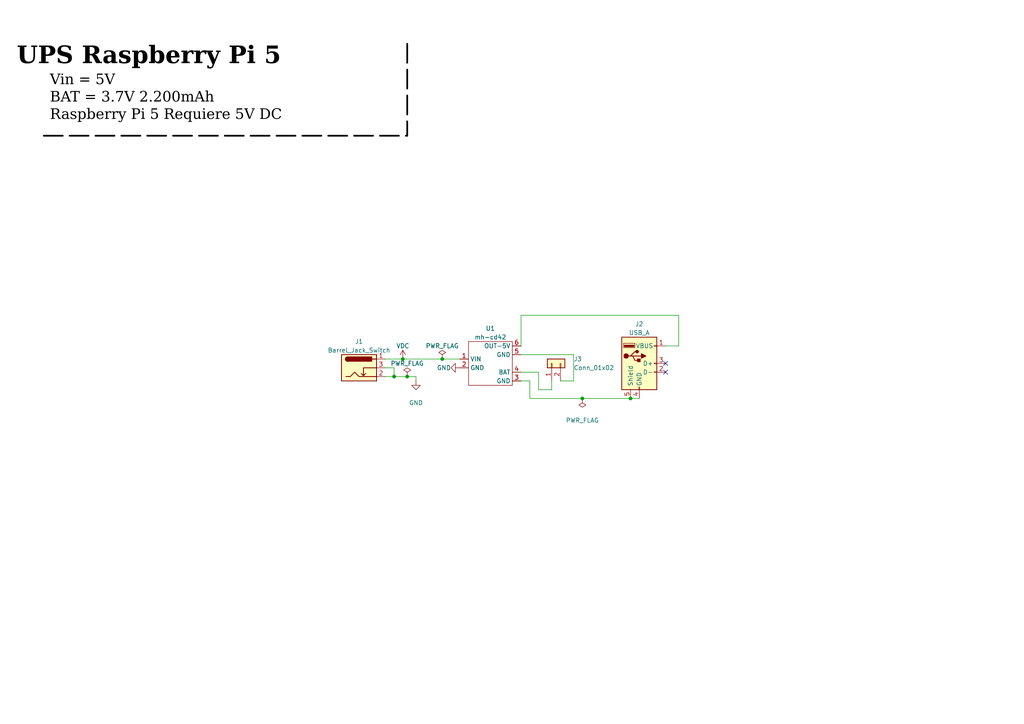
<source format=kicad_sch>
(kicad_sch
	(version 20250114)
	(generator "eeschema")
	(generator_version "9.0")
	(uuid "680b91fb-afa6-4c6a-8eeb-dd0698849fe2")
	(paper "A4")
	(lib_symbols
		(symbol "Connector:Barrel_Jack_Switch"
			(pin_names
				(hide yes)
			)
			(exclude_from_sim no)
			(in_bom yes)
			(on_board yes)
			(property "Reference" "J"
				(at 0 5.334 0)
				(effects
					(font
						(size 1.27 1.27)
					)
				)
			)
			(property "Value" "Barrel_Jack_Switch"
				(at 0 -5.08 0)
				(effects
					(font
						(size 1.27 1.27)
					)
				)
			)
			(property "Footprint" ""
				(at 1.27 -1.016 0)
				(effects
					(font
						(size 1.27 1.27)
					)
					(hide yes)
				)
			)
			(property "Datasheet" "~"
				(at 1.27 -1.016 0)
				(effects
					(font
						(size 1.27 1.27)
					)
					(hide yes)
				)
			)
			(property "Description" "DC Barrel Jack with an internal switch"
				(at 0 0 0)
				(effects
					(font
						(size 1.27 1.27)
					)
					(hide yes)
				)
			)
			(property "ki_keywords" "DC power barrel jack connector"
				(at 0 0 0)
				(effects
					(font
						(size 1.27 1.27)
					)
					(hide yes)
				)
			)
			(property "ki_fp_filters" "BarrelJack*"
				(at 0 0 0)
				(effects
					(font
						(size 1.27 1.27)
					)
					(hide yes)
				)
			)
			(symbol "Barrel_Jack_Switch_0_1"
				(rectangle
					(start -5.08 3.81)
					(end 5.08 -3.81)
					(stroke
						(width 0.254)
						(type default)
					)
					(fill
						(type background)
					)
				)
				(polyline
					(pts
						(xy -3.81 -2.54) (xy -2.54 -2.54) (xy -1.27 -1.27) (xy 0 -2.54) (xy 2.54 -2.54) (xy 5.08 -2.54)
					)
					(stroke
						(width 0.254)
						(type default)
					)
					(fill
						(type none)
					)
				)
				(arc
					(start -3.302 1.905)
					(mid -3.9343 2.54)
					(end -3.302 3.175)
					(stroke
						(width 0.254)
						(type default)
					)
					(fill
						(type none)
					)
				)
				(arc
					(start -3.302 1.905)
					(mid -3.9343 2.54)
					(end -3.302 3.175)
					(stroke
						(width 0.254)
						(type default)
					)
					(fill
						(type outline)
					)
				)
				(polyline
					(pts
						(xy 1.27 -2.286) (xy 1.905 -1.651)
					)
					(stroke
						(width 0.254)
						(type default)
					)
					(fill
						(type none)
					)
				)
				(rectangle
					(start 3.683 3.175)
					(end -3.302 1.905)
					(stroke
						(width 0.254)
						(type default)
					)
					(fill
						(type outline)
					)
				)
				(polyline
					(pts
						(xy 5.08 2.54) (xy 3.81 2.54)
					)
					(stroke
						(width 0.254)
						(type default)
					)
					(fill
						(type none)
					)
				)
				(polyline
					(pts
						(xy 5.08 0) (xy 1.27 0) (xy 1.27 -2.286) (xy 0.635 -1.651)
					)
					(stroke
						(width 0.254)
						(type default)
					)
					(fill
						(type none)
					)
				)
			)
			(symbol "Barrel_Jack_Switch_1_1"
				(pin passive line
					(at 7.62 2.54 180)
					(length 2.54)
					(name "~"
						(effects
							(font
								(size 1.27 1.27)
							)
						)
					)
					(number "1"
						(effects
							(font
								(size 1.27 1.27)
							)
						)
					)
				)
				(pin passive line
					(at 7.62 0 180)
					(length 2.54)
					(name "~"
						(effects
							(font
								(size 1.27 1.27)
							)
						)
					)
					(number "3"
						(effects
							(font
								(size 1.27 1.27)
							)
						)
					)
				)
				(pin passive line
					(at 7.62 -2.54 180)
					(length 2.54)
					(name "~"
						(effects
							(font
								(size 1.27 1.27)
							)
						)
					)
					(number "2"
						(effects
							(font
								(size 1.27 1.27)
							)
						)
					)
				)
			)
			(embedded_fonts no)
		)
		(symbol "Connector:USB_A"
			(pin_names
				(offset 1.016)
			)
			(exclude_from_sim no)
			(in_bom yes)
			(on_board yes)
			(property "Reference" "J"
				(at -5.08 11.43 0)
				(effects
					(font
						(size 1.27 1.27)
					)
					(justify left)
				)
			)
			(property "Value" "USB_A"
				(at -5.08 8.89 0)
				(effects
					(font
						(size 1.27 1.27)
					)
					(justify left)
				)
			)
			(property "Footprint" ""
				(at 3.81 -1.27 0)
				(effects
					(font
						(size 1.27 1.27)
					)
					(hide yes)
				)
			)
			(property "Datasheet" "~"
				(at 3.81 -1.27 0)
				(effects
					(font
						(size 1.27 1.27)
					)
					(hide yes)
				)
			)
			(property "Description" "USB Type A connector"
				(at 0 0 0)
				(effects
					(font
						(size 1.27 1.27)
					)
					(hide yes)
				)
			)
			(property "ki_keywords" "connector USB"
				(at 0 0 0)
				(effects
					(font
						(size 1.27 1.27)
					)
					(hide yes)
				)
			)
			(property "ki_fp_filters" "USB*"
				(at 0 0 0)
				(effects
					(font
						(size 1.27 1.27)
					)
					(hide yes)
				)
			)
			(symbol "USB_A_0_1"
				(rectangle
					(start -5.08 -7.62)
					(end 5.08 7.62)
					(stroke
						(width 0.254)
						(type default)
					)
					(fill
						(type background)
					)
				)
				(circle
					(center -3.81 2.159)
					(radius 0.635)
					(stroke
						(width 0.254)
						(type default)
					)
					(fill
						(type outline)
					)
				)
				(polyline
					(pts
						(xy -3.175 2.159) (xy -2.54 2.159) (xy -1.27 3.429) (xy -0.635 3.429)
					)
					(stroke
						(width 0.254)
						(type default)
					)
					(fill
						(type none)
					)
				)
				(polyline
					(pts
						(xy -2.54 2.159) (xy -1.905 2.159) (xy -1.27 0.889) (xy 0 0.889)
					)
					(stroke
						(width 0.254)
						(type default)
					)
					(fill
						(type none)
					)
				)
				(rectangle
					(start -1.524 4.826)
					(end -4.318 5.334)
					(stroke
						(width 0)
						(type default)
					)
					(fill
						(type outline)
					)
				)
				(rectangle
					(start -1.27 4.572)
					(end -4.572 5.842)
					(stroke
						(width 0)
						(type default)
					)
					(fill
						(type none)
					)
				)
				(circle
					(center -0.635 3.429)
					(radius 0.381)
					(stroke
						(width 0.254)
						(type default)
					)
					(fill
						(type outline)
					)
				)
				(rectangle
					(start -0.127 -7.62)
					(end 0.127 -6.858)
					(stroke
						(width 0)
						(type default)
					)
					(fill
						(type none)
					)
				)
				(rectangle
					(start 0.254 1.27)
					(end -0.508 0.508)
					(stroke
						(width 0.254)
						(type default)
					)
					(fill
						(type outline)
					)
				)
				(polyline
					(pts
						(xy 0.635 2.794) (xy 0.635 1.524) (xy 1.905 2.159) (xy 0.635 2.794)
					)
					(stroke
						(width 0.254)
						(type default)
					)
					(fill
						(type outline)
					)
				)
				(rectangle
					(start 5.08 4.953)
					(end 4.318 5.207)
					(stroke
						(width 0)
						(type default)
					)
					(fill
						(type none)
					)
				)
				(rectangle
					(start 5.08 -0.127)
					(end 4.318 0.127)
					(stroke
						(width 0)
						(type default)
					)
					(fill
						(type none)
					)
				)
				(rectangle
					(start 5.08 -2.667)
					(end 4.318 -2.413)
					(stroke
						(width 0)
						(type default)
					)
					(fill
						(type none)
					)
				)
			)
			(symbol "USB_A_1_1"
				(polyline
					(pts
						(xy -1.905 2.159) (xy 0.635 2.159)
					)
					(stroke
						(width 0.254)
						(type default)
					)
					(fill
						(type none)
					)
				)
				(pin passive line
					(at -2.54 -10.16 90)
					(length 2.54)
					(name "Shield"
						(effects
							(font
								(size 1.27 1.27)
							)
						)
					)
					(number "5"
						(effects
							(font
								(size 1.27 1.27)
							)
						)
					)
				)
				(pin power_in line
					(at 0 -10.16 90)
					(length 2.54)
					(name "GND"
						(effects
							(font
								(size 1.27 1.27)
							)
						)
					)
					(number "4"
						(effects
							(font
								(size 1.27 1.27)
							)
						)
					)
				)
				(pin power_in line
					(at 7.62 5.08 180)
					(length 2.54)
					(name "VBUS"
						(effects
							(font
								(size 1.27 1.27)
							)
						)
					)
					(number "1"
						(effects
							(font
								(size 1.27 1.27)
							)
						)
					)
				)
				(pin bidirectional line
					(at 7.62 0 180)
					(length 2.54)
					(name "D+"
						(effects
							(font
								(size 1.27 1.27)
							)
						)
					)
					(number "3"
						(effects
							(font
								(size 1.27 1.27)
							)
						)
					)
				)
				(pin bidirectional line
					(at 7.62 -2.54 180)
					(length 2.54)
					(name "D-"
						(effects
							(font
								(size 1.27 1.27)
							)
						)
					)
					(number "2"
						(effects
							(font
								(size 1.27 1.27)
							)
						)
					)
				)
			)
			(embedded_fonts no)
		)
		(symbol "Connector_Generic:Conn_01x02"
			(pin_names
				(offset 1.016)
				(hide yes)
			)
			(exclude_from_sim no)
			(in_bom yes)
			(on_board yes)
			(property "Reference" "J"
				(at 0 2.54 0)
				(effects
					(font
						(size 1.27 1.27)
					)
				)
			)
			(property "Value" "Conn_01x02"
				(at 0 -5.08 0)
				(effects
					(font
						(size 1.27 1.27)
					)
				)
			)
			(property "Footprint" ""
				(at 0 0 0)
				(effects
					(font
						(size 1.27 1.27)
					)
					(hide yes)
				)
			)
			(property "Datasheet" "~"
				(at 0 0 0)
				(effects
					(font
						(size 1.27 1.27)
					)
					(hide yes)
				)
			)
			(property "Description" "Generic connector, single row, 01x02, script generated (kicad-library-utils/schlib/autogen/connector/)"
				(at 0 0 0)
				(effects
					(font
						(size 1.27 1.27)
					)
					(hide yes)
				)
			)
			(property "ki_keywords" "connector"
				(at 0 0 0)
				(effects
					(font
						(size 1.27 1.27)
					)
					(hide yes)
				)
			)
			(property "ki_fp_filters" "Connector*:*_1x??_*"
				(at 0 0 0)
				(effects
					(font
						(size 1.27 1.27)
					)
					(hide yes)
				)
			)
			(symbol "Conn_01x02_1_1"
				(rectangle
					(start -1.27 1.27)
					(end 1.27 -3.81)
					(stroke
						(width 0.254)
						(type default)
					)
					(fill
						(type background)
					)
				)
				(rectangle
					(start -1.27 0.127)
					(end 0 -0.127)
					(stroke
						(width 0.1524)
						(type default)
					)
					(fill
						(type none)
					)
				)
				(rectangle
					(start -1.27 -2.413)
					(end 0 -2.667)
					(stroke
						(width 0.1524)
						(type default)
					)
					(fill
						(type none)
					)
				)
				(pin passive line
					(at -5.08 0 0)
					(length 3.81)
					(name "Pin_1"
						(effects
							(font
								(size 1.27 1.27)
							)
						)
					)
					(number "1"
						(effects
							(font
								(size 1.27 1.27)
							)
						)
					)
				)
				(pin passive line
					(at -5.08 -2.54 0)
					(length 3.81)
					(name "Pin_2"
						(effects
							(font
								(size 1.27 1.27)
							)
						)
					)
					(number "2"
						(effects
							(font
								(size 1.27 1.27)
							)
						)
					)
				)
			)
			(embedded_fonts no)
		)
		(symbol "MH-CD42:mh-cd42"
			(exclude_from_sim no)
			(in_bom yes)
			(on_board yes)
			(property "Reference" "U"
				(at 0 7.62 0)
				(effects
					(font
						(size 1.27 1.27)
					)
				)
			)
			(property "Value" "mh-cd42"
				(at 0 -7.62 0)
				(effects
					(font
						(size 1.27 1.27)
					)
				)
			)
			(property "Footprint" "MH-CD42 Taller:MH-CD42"
				(at -1.27 5.08 0)
				(effects
					(font
						(size 1.27 1.27)
					)
					(hide yes)
				)
			)
			(property "Datasheet" ""
				(at -1.27 5.08 0)
				(effects
					(font
						(size 1.27 1.27)
					)
					(hide yes)
				)
			)
			(property "Description" ""
				(at 0 0 0)
				(effects
					(font
						(size 1.27 1.27)
					)
					(hide yes)
				)
			)
			(symbol "mh-cd42_0_1"
				(rectangle
					(start -6.35 6.35)
					(end 6.35 -6.35)
					(stroke
						(width 0)
						(type default)
					)
					(fill
						(type none)
					)
				)
			)
			(symbol "mh-cd42_1_1"
				(pin power_in line
					(at -8.89 1.27 0)
					(length 2.54)
					(name "VIN"
						(effects
							(font
								(size 1.27 1.27)
							)
						)
					)
					(number "1"
						(effects
							(font
								(size 1.27 1.27)
							)
						)
					)
				)
				(pin passive line
					(at -8.89 -1.27 0)
					(length 2.54)
					(name "GND"
						(effects
							(font
								(size 1.27 1.27)
							)
						)
					)
					(number "2"
						(effects
							(font
								(size 1.27 1.27)
							)
						)
					)
				)
				(pin power_out line
					(at 8.89 5.08 180)
					(length 2.54)
					(name "OUT-5V"
						(effects
							(font
								(size 1.27 1.27)
							)
						)
					)
					(number "6"
						(effects
							(font
								(size 1.27 1.27)
							)
						)
					)
				)
				(pin passive line
					(at 8.89 2.54 180)
					(length 2.54)
					(name "GND"
						(effects
							(font
								(size 1.27 1.27)
							)
						)
					)
					(number "5"
						(effects
							(font
								(size 1.27 1.27)
							)
						)
					)
				)
				(pin passive line
					(at 8.89 -2.54 180)
					(length 2.54)
					(name "BAT"
						(effects
							(font
								(size 1.27 1.27)
							)
						)
					)
					(number "4"
						(effects
							(font
								(size 1.27 1.27)
							)
						)
					)
				)
				(pin passive line
					(at 8.89 -5.08 180)
					(length 2.54)
					(name "GND"
						(effects
							(font
								(size 1.27 1.27)
							)
						)
					)
					(number "3"
						(effects
							(font
								(size 1.27 1.27)
							)
						)
					)
				)
			)
			(embedded_fonts no)
		)
		(symbol "power:GND"
			(power)
			(pin_numbers
				(hide yes)
			)
			(pin_names
				(offset 0)
				(hide yes)
			)
			(exclude_from_sim no)
			(in_bom yes)
			(on_board yes)
			(property "Reference" "#PWR"
				(at 0 -6.35 0)
				(effects
					(font
						(size 1.27 1.27)
					)
					(hide yes)
				)
			)
			(property "Value" "GND"
				(at 0 -3.81 0)
				(effects
					(font
						(size 1.27 1.27)
					)
				)
			)
			(property "Footprint" ""
				(at 0 0 0)
				(effects
					(font
						(size 1.27 1.27)
					)
					(hide yes)
				)
			)
			(property "Datasheet" ""
				(at 0 0 0)
				(effects
					(font
						(size 1.27 1.27)
					)
					(hide yes)
				)
			)
			(property "Description" "Power symbol creates a global label with name \"GND\" , ground"
				(at 0 0 0)
				(effects
					(font
						(size 1.27 1.27)
					)
					(hide yes)
				)
			)
			(property "ki_keywords" "global power"
				(at 0 0 0)
				(effects
					(font
						(size 1.27 1.27)
					)
					(hide yes)
				)
			)
			(symbol "GND_0_1"
				(polyline
					(pts
						(xy 0 0) (xy 0 -1.27) (xy 1.27 -1.27) (xy 0 -2.54) (xy -1.27 -1.27) (xy 0 -1.27)
					)
					(stroke
						(width 0)
						(type default)
					)
					(fill
						(type none)
					)
				)
			)
			(symbol "GND_1_1"
				(pin power_in line
					(at 0 0 270)
					(length 0)
					(name "~"
						(effects
							(font
								(size 1.27 1.27)
							)
						)
					)
					(number "1"
						(effects
							(font
								(size 1.27 1.27)
							)
						)
					)
				)
			)
			(embedded_fonts no)
		)
		(symbol "power:PWR_FLAG"
			(power)
			(pin_numbers
				(hide yes)
			)
			(pin_names
				(offset 0)
				(hide yes)
			)
			(exclude_from_sim no)
			(in_bom yes)
			(on_board yes)
			(property "Reference" "#FLG"
				(at 0 1.905 0)
				(effects
					(font
						(size 1.27 1.27)
					)
					(hide yes)
				)
			)
			(property "Value" "PWR_FLAG"
				(at 0 3.81 0)
				(effects
					(font
						(size 1.27 1.27)
					)
				)
			)
			(property "Footprint" ""
				(at 0 0 0)
				(effects
					(font
						(size 1.27 1.27)
					)
					(hide yes)
				)
			)
			(property "Datasheet" "~"
				(at 0 0 0)
				(effects
					(font
						(size 1.27 1.27)
					)
					(hide yes)
				)
			)
			(property "Description" "Special symbol for telling ERC where power comes from"
				(at 0 0 0)
				(effects
					(font
						(size 1.27 1.27)
					)
					(hide yes)
				)
			)
			(property "ki_keywords" "flag power"
				(at 0 0 0)
				(effects
					(font
						(size 1.27 1.27)
					)
					(hide yes)
				)
			)
			(symbol "PWR_FLAG_0_0"
				(pin power_out line
					(at 0 0 90)
					(length 0)
					(name "~"
						(effects
							(font
								(size 1.27 1.27)
							)
						)
					)
					(number "1"
						(effects
							(font
								(size 1.27 1.27)
							)
						)
					)
				)
			)
			(symbol "PWR_FLAG_0_1"
				(polyline
					(pts
						(xy 0 0) (xy 0 1.27) (xy -1.016 1.905) (xy 0 2.54) (xy 1.016 1.905) (xy 0 1.27)
					)
					(stroke
						(width 0)
						(type default)
					)
					(fill
						(type none)
					)
				)
			)
			(embedded_fonts no)
		)
		(symbol "power:VDC"
			(power)
			(pin_numbers
				(hide yes)
			)
			(pin_names
				(offset 0)
				(hide yes)
			)
			(exclude_from_sim no)
			(in_bom yes)
			(on_board yes)
			(property "Reference" "#PWR"
				(at 0 -3.81 0)
				(effects
					(font
						(size 1.27 1.27)
					)
					(hide yes)
				)
			)
			(property "Value" "VDC"
				(at 0 3.556 0)
				(effects
					(font
						(size 1.27 1.27)
					)
				)
			)
			(property "Footprint" ""
				(at 0 0 0)
				(effects
					(font
						(size 1.27 1.27)
					)
					(hide yes)
				)
			)
			(property "Datasheet" ""
				(at 0 0 0)
				(effects
					(font
						(size 1.27 1.27)
					)
					(hide yes)
				)
			)
			(property "Description" "Power symbol creates a global label with name \"VDC\""
				(at 0 0 0)
				(effects
					(font
						(size 1.27 1.27)
					)
					(hide yes)
				)
			)
			(property "ki_keywords" "global power"
				(at 0 0 0)
				(effects
					(font
						(size 1.27 1.27)
					)
					(hide yes)
				)
			)
			(symbol "VDC_0_1"
				(polyline
					(pts
						(xy -0.762 1.27) (xy 0 2.54)
					)
					(stroke
						(width 0)
						(type default)
					)
					(fill
						(type none)
					)
				)
				(polyline
					(pts
						(xy 0 2.54) (xy 0.762 1.27)
					)
					(stroke
						(width 0)
						(type default)
					)
					(fill
						(type none)
					)
				)
				(polyline
					(pts
						(xy 0 0) (xy 0 2.54)
					)
					(stroke
						(width 0)
						(type default)
					)
					(fill
						(type none)
					)
				)
			)
			(symbol "VDC_1_1"
				(pin power_in line
					(at 0 0 90)
					(length 0)
					(name "~"
						(effects
							(font
								(size 1.27 1.27)
							)
						)
					)
					(number "1"
						(effects
							(font
								(size 1.27 1.27)
							)
						)
					)
				)
			)
			(embedded_fonts no)
		)
	)
	(text "Vin = 5V\nBAT = 3.7V 2.200mAh\nRaspberry Pi 5 Requiere 5V DC\n"
		(exclude_from_sim no)
		(at 14.478 29.21 0)
		(effects
			(font
				(face "Times New Roman")
				(size 3 3)
				(thickness 0.254)
				(color 0 0 0 1)
			)
			(justify left)
		)
		(uuid "4646576a-6b81-403d-a1d3-f606d894444a")
	)
	(text "UPS Raspberry Pi 5"
		(exclude_from_sim no)
		(at 43.18 17.78 0)
		(effects
			(font
				(face "Times New Roman")
				(size 5 5)
				(thickness 0.4)
				(bold yes)
				(color 0 0 0 1)
			)
		)
		(uuid "fae52ca3-8391-4d4c-a4e2-5a9eb7f93004")
	)
	(junction
		(at 168.91 115.57)
		(diameter 0)
		(color 0 0 0 0)
		(uuid "083a4f58-7db8-42f2-892b-2f3300261876")
	)
	(junction
		(at 118.11 109.22)
		(diameter 0)
		(color 0 0 0 0)
		(uuid "0ad10ac3-d53b-4b12-981d-12bc44d4e799")
	)
	(junction
		(at 116.84 104.14)
		(diameter 0)
		(color 0 0 0 0)
		(uuid "127ad6aa-3218-4885-b14f-d830d8bb0820")
	)
	(junction
		(at 114.3 109.22)
		(diameter 0)
		(color 0 0 0 0)
		(uuid "13f4a441-7564-44e6-9d41-0a267f3bcaa9")
	)
	(junction
		(at 182.88 115.57)
		(diameter 0)
		(color 0 0 0 0)
		(uuid "6dcfe2aa-57f6-46ff-ad98-60cc52334bed")
	)
	(junction
		(at 128.27 104.14)
		(diameter 0)
		(color 0 0 0 0)
		(uuid "75c350dd-53a2-4ce9-8b5b-d4a88473cb6c")
	)
	(no_connect
		(at 193.04 107.95)
		(uuid "87784d2c-9a4b-4621-b5d7-6af89109c409")
	)
	(no_connect
		(at 193.04 105.41)
		(uuid "b7102ebb-75e3-45cb-8471-6af553a582fc")
	)
	(wire
		(pts
			(xy 114.3 109.22) (xy 111.76 109.22)
		)
		(stroke
			(width 0)
			(type default)
		)
		(uuid "030d32e2-09d8-43d8-914b-62db15f69faa")
	)
	(wire
		(pts
			(xy 118.11 109.22) (xy 120.65 109.22)
		)
		(stroke
			(width 0)
			(type default)
		)
		(uuid "03544dc3-0a9f-4c8e-8b86-2c5e57e323d1")
	)
	(wire
		(pts
			(xy 168.91 115.57) (xy 153.67 115.57)
		)
		(stroke
			(width 0)
			(type default)
		)
		(uuid "0996ad25-9713-4234-91f4-d27f84865bdb")
	)
	(wire
		(pts
			(xy 153.67 115.57) (xy 153.67 110.49)
		)
		(stroke
			(width 0)
			(type default)
		)
		(uuid "14e2b257-d861-47b3-bec9-3bb33507e776")
	)
	(wire
		(pts
			(xy 196.85 100.33) (xy 193.04 100.33)
		)
		(stroke
			(width 0)
			(type default)
		)
		(uuid "1780c7af-a38b-445d-b0a0-aeeeb67b47c3")
	)
	(wire
		(pts
			(xy 160.02 113.03) (xy 160.02 110.49)
		)
		(stroke
			(width 0)
			(type default)
		)
		(uuid "273ba4db-b6e1-47a5-82b1-0d4b9700d4b3")
	)
	(wire
		(pts
			(xy 111.76 104.14) (xy 116.84 104.14)
		)
		(stroke
			(width 0)
			(type default)
		)
		(uuid "355f05c1-778f-4841-97f3-ea557b693cb9")
	)
	(polyline
		(pts
			(xy 118.11 12.7) (xy 118.11 39.37)
		)
		(stroke
			(width 0.5)
			(type dash)
			(color 0 0 0 1)
		)
		(uuid "3be30092-324e-4029-8c36-4422375cddbf")
	)
	(wire
		(pts
			(xy 114.3 109.22) (xy 118.11 109.22)
		)
		(stroke
			(width 0)
			(type default)
		)
		(uuid "4dd01e89-067d-4ebb-909c-92f5d228fe5e")
	)
	(polyline
		(pts
			(xy 12.7 39.37) (xy 118.11 39.37)
		)
		(stroke
			(width 0.5)
			(type dash)
			(color 0 0 0 1)
		)
		(uuid "4f17da41-e620-443a-8cfc-7ec14bc60e08")
	)
	(wire
		(pts
			(xy 156.21 107.95) (xy 156.21 113.03)
		)
		(stroke
			(width 0)
			(type default)
		)
		(uuid "4fc446c0-6954-4282-89bc-9506e6cf2922")
	)
	(wire
		(pts
			(xy 111.76 106.68) (xy 114.3 106.68)
		)
		(stroke
			(width 0)
			(type default)
		)
		(uuid "503142ec-cc79-4f37-8c7e-d56c25613eb9")
	)
	(wire
		(pts
			(xy 196.85 91.44) (xy 196.85 100.33)
		)
		(stroke
			(width 0)
			(type default)
		)
		(uuid "58b8ee94-e0fc-4d00-abfe-93460349ce5b")
	)
	(wire
		(pts
			(xy 166.37 102.87) (xy 166.37 110.49)
		)
		(stroke
			(width 0)
			(type default)
		)
		(uuid "5f8e32d4-fde8-47ba-8683-bdf0cb2b1cf0")
	)
	(wire
		(pts
			(xy 151.13 100.33) (xy 151.13 91.44)
		)
		(stroke
			(width 0)
			(type default)
		)
		(uuid "75470288-42ba-4735-95e5-dea54f1ee291")
	)
	(wire
		(pts
			(xy 120.65 109.22) (xy 120.65 110.49)
		)
		(stroke
			(width 0)
			(type default)
		)
		(uuid "76e67951-dc31-4bdf-a904-a7d9843cb2e0")
	)
	(wire
		(pts
			(xy 116.84 104.14) (xy 128.27 104.14)
		)
		(stroke
			(width 0)
			(type default)
		)
		(uuid "9ba0cb89-445d-41d3-a31f-15271110f179")
	)
	(wire
		(pts
			(xy 151.13 107.95) (xy 156.21 107.95)
		)
		(stroke
			(width 0)
			(type default)
		)
		(uuid "b613f46d-ff5a-4cb7-ab8f-79068acaa1ca")
	)
	(wire
		(pts
			(xy 156.21 113.03) (xy 160.02 113.03)
		)
		(stroke
			(width 0)
			(type default)
		)
		(uuid "b8475e7b-35f1-4194-b8c2-8ea1a7c6dd04")
	)
	(wire
		(pts
			(xy 168.91 115.57) (xy 182.88 115.57)
		)
		(stroke
			(width 0)
			(type default)
		)
		(uuid "d01d83fc-4441-4683-bcdb-7c266cc0982f")
	)
	(wire
		(pts
			(xy 151.13 91.44) (xy 196.85 91.44)
		)
		(stroke
			(width 0)
			(type default)
		)
		(uuid "d54cd26d-4db2-414d-b5b4-12f2d2a473f9")
	)
	(wire
		(pts
			(xy 128.27 104.14) (xy 133.35 104.14)
		)
		(stroke
			(width 0)
			(type default)
		)
		(uuid "d6fe30cc-1b14-4e30-ac9f-b2e591237f8e")
	)
	(wire
		(pts
			(xy 166.37 102.87) (xy 151.13 102.87)
		)
		(stroke
			(width 0)
			(type default)
		)
		(uuid "dfd3f707-8439-4bf8-885d-8104f4475ac5")
	)
	(wire
		(pts
			(xy 185.42 115.57) (xy 182.88 115.57)
		)
		(stroke
			(width 0)
			(type default)
		)
		(uuid "e3d67254-b219-43da-95d5-b1e1c05625e7")
	)
	(wire
		(pts
			(xy 153.67 110.49) (xy 151.13 110.49)
		)
		(stroke
			(width 0)
			(type default)
		)
		(uuid "e431e9af-fe08-425e-9d9a-5a602354ec59")
	)
	(wire
		(pts
			(xy 162.56 110.49) (xy 166.37 110.49)
		)
		(stroke
			(width 0)
			(type default)
		)
		(uuid "ea4d8399-66d4-4fe2-9f51-847deac4711b")
	)
	(wire
		(pts
			(xy 114.3 106.68) (xy 114.3 109.22)
		)
		(stroke
			(width 0)
			(type default)
		)
		(uuid "fea0dcfd-c76e-4c20-b1cb-c409233ca06d")
	)
	(symbol
		(lib_id "Connector:USB_A")
		(at 185.42 105.41 0)
		(unit 1)
		(exclude_from_sim no)
		(in_bom yes)
		(on_board yes)
		(dnp no)
		(fields_autoplaced yes)
		(uuid "2d811bcc-9b1b-4073-8d75-f91ed9926be2")
		(property "Reference" "J2"
			(at 185.42 93.98 0)
			(effects
				(font
					(size 1.27 1.27)
				)
			)
		)
		(property "Value" "USB_A"
			(at 185.42 96.52 0)
			(effects
				(font
					(size 1.27 1.27)
				)
			)
		)
		(property "Footprint" "Connector_USB:USB_A_Molex_67643_Horizontal"
			(at 189.23 106.68 0)
			(effects
				(font
					(size 1.27 1.27)
				)
				(hide yes)
			)
		)
		(property "Datasheet" "~"
			(at 189.23 106.68 0)
			(effects
				(font
					(size 1.27 1.27)
				)
				(hide yes)
			)
		)
		(property "Description" "USB Type A connector"
			(at 185.42 105.41 0)
			(effects
				(font
					(size 1.27 1.27)
				)
				(hide yes)
			)
		)
		(pin "1"
			(uuid "3d45d238-b8cc-4363-95b8-b4b277564501")
		)
		(pin "5"
			(uuid "f6d06ddd-4f28-411d-b2bc-addd07e810d3")
		)
		(pin "2"
			(uuid "a6ab93de-6f8d-4281-861a-59f8fa92cbce")
		)
		(pin "3"
			(uuid "90a2237f-d7c5-41fb-90ae-65378a13bdd4")
		)
		(pin "4"
			(uuid "27527a93-ae95-468f-98f3-188ed1fb382f")
		)
		(instances
			(project ""
				(path "/680b91fb-afa6-4c6a-8eeb-dd0698849fe2"
					(reference "J2")
					(unit 1)
				)
			)
		)
	)
	(symbol
		(lib_id "power:PWR_FLAG")
		(at 118.11 109.22 0)
		(unit 1)
		(exclude_from_sim no)
		(in_bom yes)
		(on_board yes)
		(dnp no)
		(fields_autoplaced yes)
		(uuid "38439921-c1df-48f5-b039-896555aecf02")
		(property "Reference" "#FLG02"
			(at 118.11 107.315 0)
			(effects
				(font
					(size 1.27 1.27)
				)
				(hide yes)
			)
		)
		(property "Value" "PWR_FLAG"
			(at 118.11 105.41 0)
			(effects
				(font
					(size 1.27 1.27)
				)
			)
		)
		(property "Footprint" ""
			(at 118.11 109.22 0)
			(effects
				(font
					(size 1.27 1.27)
				)
				(hide yes)
			)
		)
		(property "Datasheet" "~"
			(at 118.11 109.22 0)
			(effects
				(font
					(size 1.27 1.27)
				)
				(hide yes)
			)
		)
		(property "Description" "Special symbol for telling ERC where power comes from"
			(at 118.11 109.22 0)
			(effects
				(font
					(size 1.27 1.27)
				)
				(hide yes)
			)
		)
		(pin "1"
			(uuid "3aae5447-91ce-4c7e-ba9f-ec395ff03389")
		)
		(instances
			(project ""
				(path "/680b91fb-afa6-4c6a-8eeb-dd0698849fe2"
					(reference "#FLG02")
					(unit 1)
				)
			)
		)
	)
	(symbol
		(lib_id "power:GND")
		(at 120.65 110.49 0)
		(unit 1)
		(exclude_from_sim no)
		(in_bom yes)
		(on_board yes)
		(dnp no)
		(fields_autoplaced yes)
		(uuid "5782311f-d19f-4a53-af3f-0dbfee1ca0b2")
		(property "Reference" "#PWR02"
			(at 120.65 116.84 0)
			(effects
				(font
					(size 1.27 1.27)
				)
				(hide yes)
			)
		)
		(property "Value" "GND"
			(at 120.65 116.84 0)
			(effects
				(font
					(size 1.27 1.27)
				)
			)
		)
		(property "Footprint" ""
			(at 120.65 110.49 0)
			(effects
				(font
					(size 1.27 1.27)
				)
				(hide yes)
			)
		)
		(property "Datasheet" ""
			(at 120.65 110.49 0)
			(effects
				(font
					(size 1.27 1.27)
				)
				(hide yes)
			)
		)
		(property "Description" "Power symbol creates a global label with name \"GND\" , ground"
			(at 120.65 110.49 0)
			(effects
				(font
					(size 1.27 1.27)
				)
				(hide yes)
			)
		)
		(pin "1"
			(uuid "2a27f253-2f2a-485e-a736-4772e4c38e9b")
		)
		(instances
			(project ""
				(path "/680b91fb-afa6-4c6a-8eeb-dd0698849fe2"
					(reference "#PWR02")
					(unit 1)
				)
			)
		)
	)
	(symbol
		(lib_id "power:GND")
		(at 133.35 106.68 270)
		(unit 1)
		(exclude_from_sim no)
		(in_bom yes)
		(on_board yes)
		(dnp no)
		(fields_autoplaced yes)
		(uuid "5e0ed784-7ded-4ded-90e7-31ac02145439")
		(property "Reference" "#PWR03"
			(at 127 106.68 0)
			(effects
				(font
					(size 1.27 1.27)
				)
				(hide yes)
			)
		)
		(property "Value" "GND"
			(at 130.81 106.6799 90)
			(effects
				(font
					(size 1.27 1.27)
				)
				(justify right)
			)
		)
		(property "Footprint" ""
			(at 133.35 106.68 0)
			(effects
				(font
					(size 1.27 1.27)
				)
				(hide yes)
			)
		)
		(property "Datasheet" ""
			(at 133.35 106.68 0)
			(effects
				(font
					(size 1.27 1.27)
				)
				(hide yes)
			)
		)
		(property "Description" "Power symbol creates a global label with name \"GND\" , ground"
			(at 133.35 106.68 0)
			(effects
				(font
					(size 1.27 1.27)
				)
				(hide yes)
			)
		)
		(pin "1"
			(uuid "73216e65-8884-4730-800d-9007ddfd0f37")
		)
		(instances
			(project ""
				(path "/680b91fb-afa6-4c6a-8eeb-dd0698849fe2"
					(reference "#PWR03")
					(unit 1)
				)
			)
		)
	)
	(symbol
		(lib_id "Connector:Barrel_Jack_Switch")
		(at 104.14 106.68 0)
		(unit 1)
		(exclude_from_sim no)
		(in_bom yes)
		(on_board yes)
		(dnp no)
		(fields_autoplaced yes)
		(uuid "634797c9-7454-483c-bbfc-625423651aa9")
		(property "Reference" "J1"
			(at 104.14 99.06 0)
			(effects
				(font
					(size 1.27 1.27)
				)
			)
		)
		(property "Value" "Barrel_Jack_Switch"
			(at 104.14 101.6 0)
			(effects
				(font
					(size 1.27 1.27)
				)
			)
		)
		(property "Footprint" "Connector_BarrelJack:BarrelJack_Horizontal"
			(at 105.41 107.696 0)
			(effects
				(font
					(size 1.27 1.27)
				)
				(hide yes)
			)
		)
		(property "Datasheet" "~"
			(at 105.41 107.696 0)
			(effects
				(font
					(size 1.27 1.27)
				)
				(hide yes)
			)
		)
		(property "Description" "DC Barrel Jack with an internal switch"
			(at 104.14 106.68 0)
			(effects
				(font
					(size 1.27 1.27)
				)
				(hide yes)
			)
		)
		(pin "3"
			(uuid "1683f588-a4b9-44a9-a434-3c8fdc1fd734")
		)
		(pin "1"
			(uuid "e49188bb-b3bb-4321-a85d-5818639fd7fb")
		)
		(pin "2"
			(uuid "f81a286c-dfdb-4747-8dad-8dc25cc027f0")
		)
		(instances
			(project ""
				(path "/680b91fb-afa6-4c6a-8eeb-dd0698849fe2"
					(reference "J1")
					(unit 1)
				)
			)
		)
	)
	(symbol
		(lib_id "power:PWR_FLAG")
		(at 168.91 115.57 180)
		(unit 1)
		(exclude_from_sim no)
		(in_bom yes)
		(on_board yes)
		(dnp no)
		(fields_autoplaced yes)
		(uuid "900fd27d-0f0b-4f0b-ba31-e1c6ea48918b")
		(property "Reference" "#FLG03"
			(at 168.91 117.475 0)
			(effects
				(font
					(size 1.27 1.27)
				)
				(hide yes)
			)
		)
		(property "Value" "PWR_FLAG"
			(at 168.91 121.92 0)
			(effects
				(font
					(size 1.27 1.27)
				)
			)
		)
		(property "Footprint" ""
			(at 168.91 115.57 0)
			(effects
				(font
					(size 1.27 1.27)
				)
				(hide yes)
			)
		)
		(property "Datasheet" "~"
			(at 168.91 115.57 0)
			(effects
				(font
					(size 1.27 1.27)
				)
				(hide yes)
			)
		)
		(property "Description" "Special symbol for telling ERC where power comes from"
			(at 168.91 115.57 0)
			(effects
				(font
					(size 1.27 1.27)
				)
				(hide yes)
			)
		)
		(pin "1"
			(uuid "8c985dde-1980-415c-bb18-e3e89d2fe68d")
		)
		(instances
			(project ""
				(path "/680b91fb-afa6-4c6a-8eeb-dd0698849fe2"
					(reference "#FLG03")
					(unit 1)
				)
			)
		)
	)
	(symbol
		(lib_id "power:VDC")
		(at 116.84 104.14 0)
		(unit 1)
		(exclude_from_sim no)
		(in_bom yes)
		(on_board yes)
		(dnp no)
		(fields_autoplaced yes)
		(uuid "9263e9f8-1121-4bda-83b5-aaf1fdaa4d63")
		(property "Reference" "#PWR01"
			(at 116.84 107.95 0)
			(effects
				(font
					(size 1.27 1.27)
				)
				(hide yes)
			)
		)
		(property "Value" "VDC"
			(at 116.84 100.33 0)
			(effects
				(font
					(size 1.27 1.27)
				)
			)
		)
		(property "Footprint" ""
			(at 116.84 104.14 0)
			(effects
				(font
					(size 1.27 1.27)
				)
				(hide yes)
			)
		)
		(property "Datasheet" ""
			(at 116.84 104.14 0)
			(effects
				(font
					(size 1.27 1.27)
				)
				(hide yes)
			)
		)
		(property "Description" "Power symbol creates a global label with name \"VDC\""
			(at 116.84 104.14 0)
			(effects
				(font
					(size 1.27 1.27)
				)
				(hide yes)
			)
		)
		(pin "1"
			(uuid "2250a2ea-5197-417b-9068-c195b0248670")
		)
		(instances
			(project ""
				(path "/680b91fb-afa6-4c6a-8eeb-dd0698849fe2"
					(reference "#PWR01")
					(unit 1)
				)
			)
		)
	)
	(symbol
		(lib_id "power:PWR_FLAG")
		(at 128.27 104.14 0)
		(unit 1)
		(exclude_from_sim no)
		(in_bom yes)
		(on_board yes)
		(dnp no)
		(fields_autoplaced yes)
		(uuid "b0c5ba53-0468-4f98-bf8b-308a7f767518")
		(property "Reference" "#FLG01"
			(at 128.27 102.235 0)
			(effects
				(font
					(size 1.27 1.27)
				)
				(hide yes)
			)
		)
		(property "Value" "PWR_FLAG"
			(at 128.27 100.33 0)
			(effects
				(font
					(size 1.27 1.27)
				)
			)
		)
		(property "Footprint" ""
			(at 128.27 104.14 0)
			(effects
				(font
					(size 1.27 1.27)
				)
				(hide yes)
			)
		)
		(property "Datasheet" "~"
			(at 128.27 104.14 0)
			(effects
				(font
					(size 1.27 1.27)
				)
				(hide yes)
			)
		)
		(property "Description" "Special symbol for telling ERC where power comes from"
			(at 128.27 104.14 0)
			(effects
				(font
					(size 1.27 1.27)
				)
				(hide yes)
			)
		)
		(pin "1"
			(uuid "a360ca66-764c-4e84-a8d6-e52f12b72f20")
		)
		(instances
			(project ""
				(path "/680b91fb-afa6-4c6a-8eeb-dd0698849fe2"
					(reference "#FLG01")
					(unit 1)
				)
			)
		)
	)
	(symbol
		(lib_id "MH-CD42:mh-cd42")
		(at 142.24 105.41 0)
		(unit 1)
		(exclude_from_sim no)
		(in_bom yes)
		(on_board yes)
		(dnp no)
		(fields_autoplaced yes)
		(uuid "bfec57c0-f299-46c5-b9b0-bdf9b8c5c418")
		(property "Reference" "U1"
			(at 142.24 95.25 0)
			(effects
				(font
					(size 1.27 1.27)
				)
			)
		)
		(property "Value" "mh-cd42"
			(at 142.24 97.79 0)
			(effects
				(font
					(size 1.27 1.27)
				)
			)
		)
		(property "Footprint" "MH-CD42 Taller:MH-CD42"
			(at 140.97 100.33 0)
			(effects
				(font
					(size 1.27 1.27)
				)
				(hide yes)
			)
		)
		(property "Datasheet" ""
			(at 140.97 100.33 0)
			(effects
				(font
					(size 1.27 1.27)
				)
				(hide yes)
			)
		)
		(property "Description" ""
			(at 142.24 105.41 0)
			(effects
				(font
					(size 1.27 1.27)
				)
				(hide yes)
			)
		)
		(pin "3"
			(uuid "7f08dfa4-a02b-429f-af99-2d1fe8db5226")
		)
		(pin "1"
			(uuid "6e2e43f6-bec0-4368-bf86-2739a92f7e68")
		)
		(pin "6"
			(uuid "1dff52ba-fcb9-4215-8f1d-b494a4570a42")
		)
		(pin "5"
			(uuid "09f9146a-3dbd-4410-89d0-8f380176ad92")
		)
		(pin "2"
			(uuid "f086aff2-9b04-4311-9704-59890d88d407")
		)
		(pin "4"
			(uuid "ec5a335b-e0fa-48c7-b2dd-e2a92d50f3b0")
		)
		(instances
			(project ""
				(path "/680b91fb-afa6-4c6a-8eeb-dd0698849fe2"
					(reference "U1")
					(unit 1)
				)
			)
		)
	)
	(symbol
		(lib_id "Connector_Generic:Conn_01x02")
		(at 160.02 105.41 90)
		(unit 1)
		(exclude_from_sim no)
		(in_bom yes)
		(on_board yes)
		(dnp no)
		(fields_autoplaced yes)
		(uuid "e9b150e7-fc37-4b67-854d-7f357ee1821e")
		(property "Reference" "J3"
			(at 166.37 104.1399 90)
			(effects
				(font
					(size 1.27 1.27)
				)
				(justify right)
			)
		)
		(property "Value" "Conn_01x02"
			(at 166.37 106.6799 90)
			(effects
				(font
					(size 1.27 1.27)
				)
				(justify right)
			)
		)
		(property "Footprint" "Battery:BatteryHolder_Keystone_2466_1xAAA"
			(at 160.02 105.41 0)
			(effects
				(font
					(size 1.27 1.27)
				)
				(hide yes)
			)
		)
		(property "Datasheet" "~"
			(at 160.02 105.41 0)
			(effects
				(font
					(size 1.27 1.27)
				)
				(hide yes)
			)
		)
		(property "Description" "Generic connector, single row, 01x02, script generated (kicad-library-utils/schlib/autogen/connector/)"
			(at 160.02 105.41 0)
			(effects
				(font
					(size 1.27 1.27)
				)
				(hide yes)
			)
		)
		(pin "1"
			(uuid "88b4f2db-d5c0-4b92-af5f-f8cc098fd596")
		)
		(pin "2"
			(uuid "40349b65-33d9-4302-9b37-9f26e5737dbf")
		)
		(instances
			(project ""
				(path "/680b91fb-afa6-4c6a-8eeb-dd0698849fe2"
					(reference "J3")
					(unit 1)
				)
			)
		)
	)
	(sheet_instances
		(path "/"
			(page "1")
		)
	)
	(embedded_fonts no)
)

</source>
